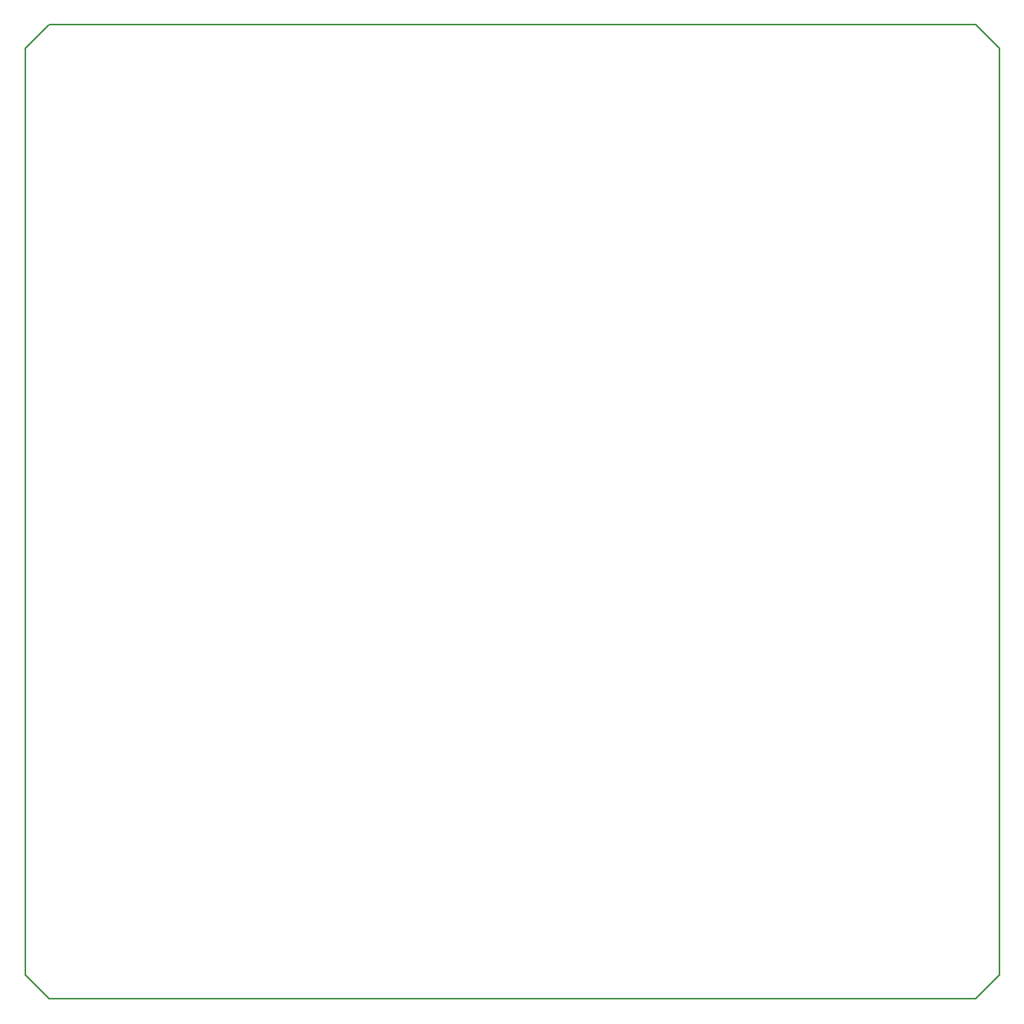
<source format=gko>
G04 #@! TF.GenerationSoftware,KiCad,Pcbnew,5.0.2+dfsg1-1*
G04 #@! TF.CreationDate,2019-09-11T11:00:06+02:00*
G04 #@! TF.ProjectId,Bottom-Plate,426f7474-6f6d-42d5-906c-6174652e6b69,rev?*
G04 #@! TF.SameCoordinates,Original*
G04 #@! TF.FileFunction,Profile,NP*
%FSLAX46Y46*%
G04 Gerber Fmt 4.6, Leading zero omitted, Abs format (unit mm)*
G04 Created by KiCad (PCBNEW 5.0.2+dfsg1-1) date wo 11 sep 2019 11:00:06 CEST*
%MOMM*%
%LPD*%
G01*
G04 APERTURE LIST*
%ADD10C,0.150000*%
G04 APERTURE END LIST*
D10*
X130810000Y-128270000D02*
X128270000Y-130810000D01*
X128270000Y-130810000D02*
X29210000Y-130810000D01*
X29210000Y-130810000D02*
X26670000Y-128270000D01*
X29210000Y-26670000D02*
X128270000Y-26670000D01*
X130810000Y-29210000D02*
X130810000Y-128270000D01*
X26670000Y-128270000D02*
X26670000Y-29210000D01*
X26670000Y-29210000D02*
X29210000Y-26670000D01*
X128270000Y-26670000D02*
X130810000Y-29210000D01*
M02*

</source>
